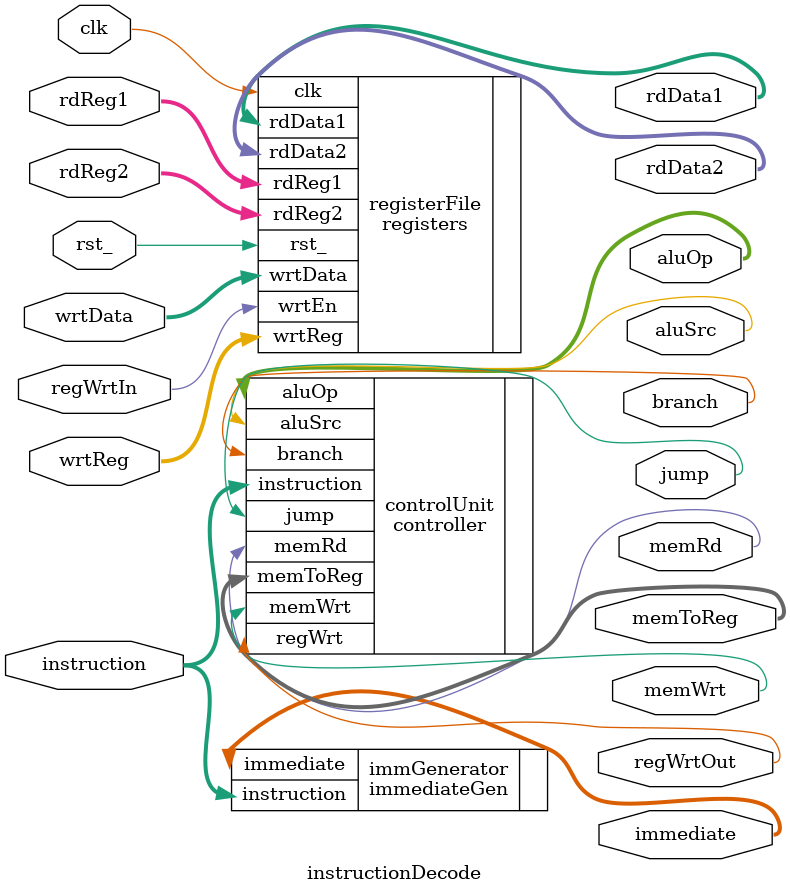
<source format=v>

module instructionDecode	(input		clk, rst_, regWrtIn,
				input	[4:0]	rdReg1, rdReg2, wrtReg,
				input	[31:0]	instruction, wrtData,
				output		aluSrc, branch, jump, memRd, memWrt, regWrtOut,
				output	[1:0]	memToReg, aluOp,
				output	[31:0]	rdData1, rdData2, immediate
				);

	//Softcore control unit
	controller	controlUnit	(
	       				.instruction(instruction),
					.aluSrc(aluSrc),
					.branch(branch),
					.jump(jump),
					.memRd(memRd),
					.memToReg(memToReg),
					.memWrt(memWrt),
					.regWrt(regWrtOut),
					.aluOp(aluOp)
       					);
	
	//Register File
	registers	registerFile	(
					.clk(clk),
					.rst_(rst_),
					.wrtEn(regWrtIn),
					.rdReg1(rdReg1),
					.rdReg2(rdReg2),
					.wrtReg(wrtReg),
					.wrtData(wrtData),
					.rdData1(rdData1),
					.rdData2(rdData2)
					);
	//Immediate Generator
	immediateGen	immGenerator	(
					.instruction(instruction),
					.immediate(immediate)
					);

endmodule

</source>
